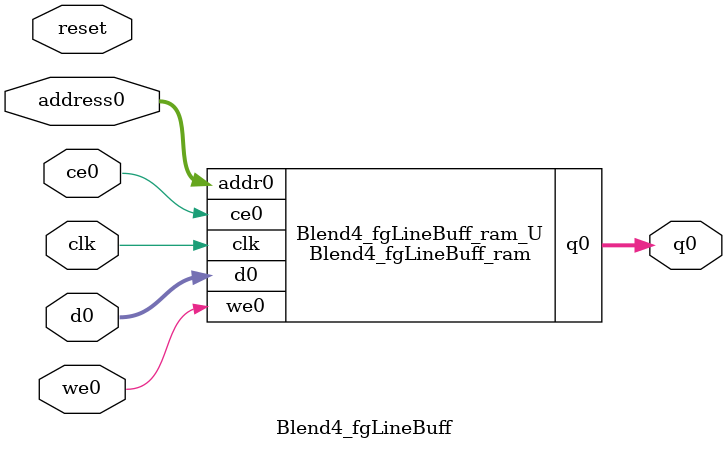
<source format=v>
`timescale 1 ns / 1 ps
module Blend4_fgLineBuff_ram (addr0, ce0, d0, we0, q0,  clk);

parameter DWIDTH = 32;
parameter AWIDTH = 8;
parameter MEM_SIZE = 240;

input[AWIDTH-1:0] addr0;
input ce0;
input[DWIDTH-1:0] d0;
input we0;
output reg[DWIDTH-1:0] q0;
input clk;

reg [DWIDTH-1:0] ram[0:MEM_SIZE-1];




always @(posedge clk)  
begin 
    if (ce0) begin
        if (we0) 
            ram[addr0] <= d0; 
        q0 <= ram[addr0];
    end
end


endmodule

`timescale 1 ns / 1 ps
module Blend4_fgLineBuff(
    reset,
    clk,
    address0,
    ce0,
    we0,
    d0,
    q0);

parameter DataWidth = 32'd32;
parameter AddressRange = 32'd240;
parameter AddressWidth = 32'd8;
input reset;
input clk;
input[AddressWidth - 1:0] address0;
input ce0;
input we0;
input[DataWidth - 1:0] d0;
output[DataWidth - 1:0] q0;



Blend4_fgLineBuff_ram Blend4_fgLineBuff_ram_U(
    .clk( clk ),
    .addr0( address0 ),
    .ce0( ce0 ),
    .we0( we0 ),
    .d0( d0 ),
    .q0( q0 ));

endmodule


</source>
